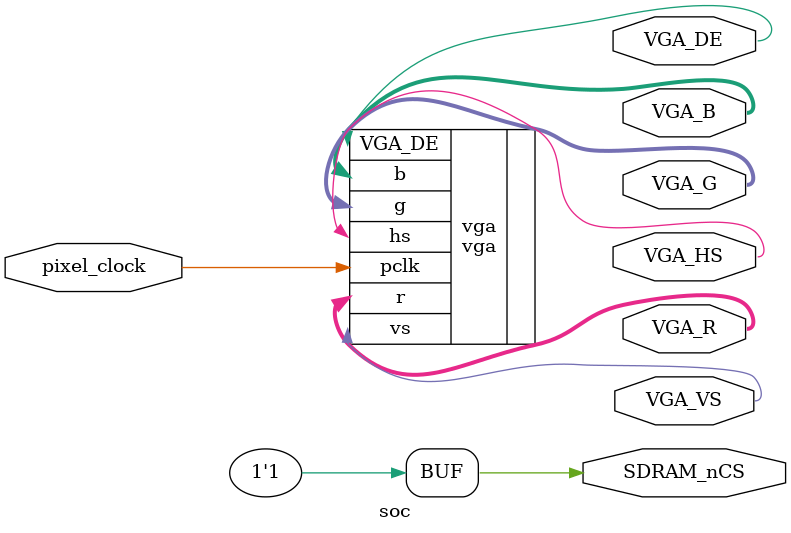
<source format=v>

module soc (
   input  pixel_clock,
   output SDRAM_nCS,
   output VGA_HS,
   output VGA_VS,
   output [7:0] VGA_R,
   output [7:0] VGA_G,
   output [7:0] VGA_B,
	output VGA_DE
);

// de-activate unused SDRAM
assign SDRAM_nCS = 1;


vga vga (
	 .pclk  (pixel_clock),
	 .hs    (VGA_HS),
	 .vs    (VGA_VS),
	 .r     (VGA_R),
	 .g     (VGA_G),
	 .b     (VGA_B),
	 .VGA_DE(VGA_DE)
);
					


endmodule
</source>
